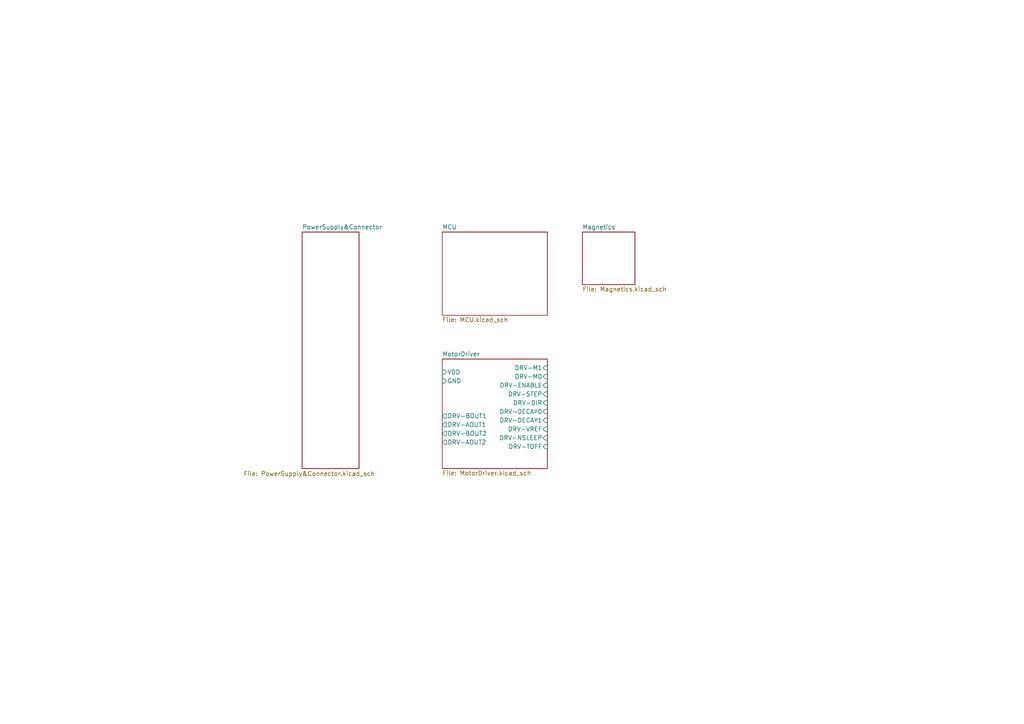
<source format=kicad_sch>
(kicad_sch
	(version 20231120)
	(generator "eeschema")
	(generator_version "8.0")
	(uuid "2edf5611-b3ab-4348-be72-b6695f704c2b")
	(paper "A4")
	(lib_symbols)
	(sheet
		(at 128.27 104.14)
		(size 30.48 31.75)
		(fields_autoplaced yes)
		(stroke
			(width 0.1524)
			(type solid)
		)
		(fill
			(color 0 0 0 0.0000)
		)
		(uuid "54dca1be-7520-4f22-b7ee-f909b0512d1b")
		(property "Sheetname" "MotorDriver"
			(at 128.27 103.4284 0)
			(effects
				(font
					(size 1.27 1.27)
				)
				(justify left bottom)
			)
		)
		(property "Sheetfile" "MotorDriver.kicad_sch"
			(at 128.27 136.4746 0)
			(effects
				(font
					(size 1.27 1.27)
				)
				(justify left top)
			)
		)
		(pin "VDD" input
			(at 128.27 107.95 180)
			(effects
				(font
					(size 1.27 1.27)
				)
				(justify left)
			)
			(uuid "8eda7e32-ef02-44c0-b18e-e77873e6c1c8")
		)
		(pin "DRV-BOUT1" output
			(at 128.27 120.65 180)
			(effects
				(font
					(size 1.27 1.27)
				)
				(justify left)
			)
			(uuid "8590380b-c473-4257-a9fa-2253ff039a7f")
		)
		(pin "DRV-AOUT1" output
			(at 128.27 123.19 180)
			(effects
				(font
					(size 1.27 1.27)
				)
				(justify left)
			)
			(uuid "a253d73e-c7e6-4dcc-88db-c215c5aee16c")
		)
		(pin "DRV-BOUT2" output
			(at 128.27 125.73 180)
			(effects
				(font
					(size 1.27 1.27)
				)
				(justify left)
			)
			(uuid "9fce473d-4e84-47d7-bcda-2665b69fdbfb")
		)
		(pin "DRV-AOUT2" output
			(at 128.27 128.27 180)
			(effects
				(font
					(size 1.27 1.27)
				)
				(justify left)
			)
			(uuid "13c17e5d-4d3e-41c8-9049-6995f12d6abb")
		)
		(pin "GND" input
			(at 128.27 110.49 180)
			(effects
				(font
					(size 1.27 1.27)
				)
				(justify left)
			)
			(uuid "a8f868c7-47ed-46e6-852b-fce3d8ebcba1")
		)
		(pin "DRV-M1" input
			(at 158.75 106.68 0)
			(effects
				(font
					(size 1.27 1.27)
				)
				(justify right)
			)
			(uuid "c4b3b59e-616e-4b10-a281-b9d7d6a63725")
		)
		(pin "DRV-DIR" input
			(at 158.75 116.84 0)
			(effects
				(font
					(size 1.27 1.27)
				)
				(justify right)
			)
			(uuid "9338de41-03d1-4705-865c-2e517b2e7638")
		)
		(pin "DRV-ENABLE" input
			(at 158.75 111.76 0)
			(effects
				(font
					(size 1.27 1.27)
				)
				(justify right)
			)
			(uuid "febd2537-5833-4efb-8ecd-42b3647832d7")
		)
		(pin "DRV-STEP" input
			(at 158.75 114.3 0)
			(effects
				(font
					(size 1.27 1.27)
				)
				(justify right)
			)
			(uuid "665aaa5b-b56a-4502-b5cd-90a4cdbed359")
		)
		(pin "DRV-NSLEEP" input
			(at 158.75 127 0)
			(effects
				(font
					(size 1.27 1.27)
				)
				(justify right)
			)
			(uuid "c6d52f04-bf74-4ed6-b466-fe61b4a35d3e")
		)
		(pin "DRV-DECAY0" input
			(at 158.75 119.38 0)
			(effects
				(font
					(size 1.27 1.27)
				)
				(justify right)
			)
			(uuid "9638832b-19f8-4550-b1cf-65bc04a4d0a6")
		)
		(pin "DRV-DECAY1" input
			(at 158.75 121.92 0)
			(effects
				(font
					(size 1.27 1.27)
				)
				(justify right)
			)
			(uuid "3b206f60-7adf-4e45-8929-d7e5fd23f5b6")
		)
		(pin "DRV-VREF" input
			(at 158.75 124.46 0)
			(effects
				(font
					(size 1.27 1.27)
				)
				(justify right)
			)
			(uuid "ad915910-75b3-4dca-8156-35da2cf8d70b")
		)
		(pin "DRV-M0" input
			(at 158.75 109.22 0)
			(effects
				(font
					(size 1.27 1.27)
				)
				(justify right)
			)
			(uuid "d63fd6eb-a05e-4d12-a175-b772ac157f02")
		)
		(pin "DRV-TOFF" input
			(at 158.75 129.54 0)
			(effects
				(font
					(size 1.27 1.27)
				)
				(justify right)
			)
			(uuid "1024a3d0-6f93-49a9-bac3-2491844b2d4b")
		)
		(instances
			(project "WN17"
				(path "/2edf5611-b3ab-4348-be72-b6695f704c2b"
					(page "5")
				)
			)
		)
	)
	(sheet
		(at 168.91 67.31)
		(size 15.24 15.24)
		(fields_autoplaced yes)
		(stroke
			(width 0.1524)
			(type solid)
		)
		(fill
			(color 0 0 0 0.0000)
		)
		(uuid "b8ad30e7-5bba-44b9-8b8b-72b91e879749")
		(property "Sheetname" "Magnetics"
			(at 168.91 66.5984 0)
			(effects
				(font
					(size 1.27 1.27)
				)
				(justify left bottom)
			)
		)
		(property "Sheetfile" "Magnetics.kicad_sch"
			(at 168.91 83.1346 0)
			(effects
				(font
					(size 1.27 1.27)
				)
				(justify left top)
			)
		)
		(instances
			(project "WN17"
				(path "/2edf5611-b3ab-4348-be72-b6695f704c2b"
					(page "3")
				)
			)
		)
	)
	(sheet
		(at 87.63 67.31)
		(size 16.51 68.58)
		(stroke
			(width 0.1524)
			(type solid)
		)
		(fill
			(color 0 0 0 0.0000)
		)
		(uuid "daf77d90-17cb-42e2-8a0f-ea92701a152b")
		(property "Sheetname" "PowerSupply&Connector"
			(at 87.63 66.5984 0)
			(effects
				(font
					(size 1.27 1.27)
				)
				(justify left bottom)
			)
		)
		(property "Sheetfile" "PowerSupply&Connector.kicad_sch"
			(at 70.612 136.652 0)
			(effects
				(font
					(size 1.27 1.27)
				)
				(justify left top)
			)
		)
		(instances
			(project "WN17"
				(path "/2edf5611-b3ab-4348-be72-b6695f704c2b"
					(page "2")
				)
			)
		)
	)
	(sheet
		(at 128.27 67.31)
		(size 30.48 24.13)
		(fields_autoplaced yes)
		(stroke
			(width 0.1524)
			(type solid)
		)
		(fill
			(color 0 0 0 0.0000)
		)
		(uuid "f524e01b-e22e-4411-a531-d5e8d9aad04c")
		(property "Sheetname" "MCU"
			(at 128.27 66.5984 0)
			(effects
				(font
					(size 1.27 1.27)
				)
				(justify left bottom)
			)
		)
		(property "Sheetfile" "MCU.kicad_sch"
			(at 128.27 92.0246 0)
			(effects
				(font
					(size 1.27 1.27)
				)
				(justify left top)
			)
		)
		(instances
			(project "WN17"
				(path "/2edf5611-b3ab-4348-be72-b6695f704c2b"
					(page "4")
				)
			)
		)
	)
	(sheet_instances
		(path "/"
			(page "1")
		)
	)
)

</source>
